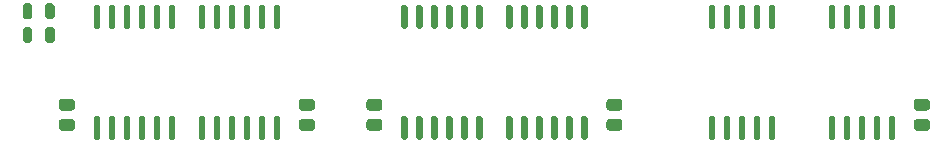
<source format=gtp>
G04 #@! TF.GenerationSoftware,KiCad,Pcbnew,(5.1.10-1-10_14)*
G04 #@! TF.CreationDate,2021-06-21T04:52:28-04:00*
G04 #@! TF.ProjectId,GW4191-SOP,47573431-3931-42d5-934f-502e6b696361,1.0-SOJ*
G04 #@! TF.SameCoordinates,Original*
G04 #@! TF.FileFunction,Paste,Top*
G04 #@! TF.FilePolarity,Positive*
%FSLAX46Y46*%
G04 Gerber Fmt 4.6, Leading zero omitted, Abs format (unit mm)*
G04 Created by KiCad (PCBNEW (5.1.10-1-10_14)) date 2021-06-21 04:52:28*
%MOMM*%
%LPD*%
G01*
G04 APERTURE LIST*
G04 APERTURE END LIST*
G36*
G01*
X85515000Y-92907000D02*
X84665000Y-92907000D01*
G75*
G02*
X84415000Y-92657000I0J250000D01*
G01*
X84415000Y-92157000D01*
G75*
G02*
X84665000Y-91907000I250000J0D01*
G01*
X85515000Y-91907000D01*
G75*
G02*
X85765000Y-92157000I0J-250000D01*
G01*
X85765000Y-92657000D01*
G75*
G02*
X85515000Y-92907000I-250000J0D01*
G01*
G37*
G36*
G01*
X85515000Y-94607000D02*
X84665000Y-94607000D01*
G75*
G02*
X84415000Y-94357000I0J250000D01*
G01*
X84415000Y-93857000D01*
G75*
G02*
X84665000Y-93607000I250000J0D01*
G01*
X85515000Y-93607000D01*
G75*
G02*
X85765000Y-93857000I0J-250000D01*
G01*
X85765000Y-94357000D01*
G75*
G02*
X85515000Y-94607000I-250000J0D01*
G01*
G37*
G36*
G01*
X105835000Y-92907000D02*
X104985000Y-92907000D01*
G75*
G02*
X104735000Y-92657000I0J250000D01*
G01*
X104735000Y-92157000D01*
G75*
G02*
X104985000Y-91907000I250000J0D01*
G01*
X105835000Y-91907000D01*
G75*
G02*
X106085000Y-92157000I0J-250000D01*
G01*
X106085000Y-92657000D01*
G75*
G02*
X105835000Y-92907000I-250000J0D01*
G01*
G37*
G36*
G01*
X105835000Y-94607000D02*
X104985000Y-94607000D01*
G75*
G02*
X104735000Y-94357000I0J250000D01*
G01*
X104735000Y-93857000D01*
G75*
G02*
X104985000Y-93607000I250000J0D01*
G01*
X105835000Y-93607000D01*
G75*
G02*
X106085000Y-93857000I0J-250000D01*
G01*
X106085000Y-94357000D01*
G75*
G02*
X105835000Y-94607000I-250000J0D01*
G01*
G37*
G36*
G01*
X111550000Y-92907000D02*
X110700000Y-92907000D01*
G75*
G02*
X110450000Y-92657000I0J250000D01*
G01*
X110450000Y-92157000D01*
G75*
G02*
X110700000Y-91907000I250000J0D01*
G01*
X111550000Y-91907000D01*
G75*
G02*
X111800000Y-92157000I0J-250000D01*
G01*
X111800000Y-92657000D01*
G75*
G02*
X111550000Y-92907000I-250000J0D01*
G01*
G37*
G36*
G01*
X111550000Y-94607000D02*
X110700000Y-94607000D01*
G75*
G02*
X110450000Y-94357000I0J250000D01*
G01*
X110450000Y-93857000D01*
G75*
G02*
X110700000Y-93607000I250000J0D01*
G01*
X111550000Y-93607000D01*
G75*
G02*
X111800000Y-93857000I0J-250000D01*
G01*
X111800000Y-94357000D01*
G75*
G02*
X111550000Y-94607000I-250000J0D01*
G01*
G37*
G36*
G01*
X157905000Y-92907000D02*
X157055000Y-92907000D01*
G75*
G02*
X156805000Y-92657000I0J250000D01*
G01*
X156805000Y-92157000D01*
G75*
G02*
X157055000Y-91907000I250000J0D01*
G01*
X157905000Y-91907000D01*
G75*
G02*
X158155000Y-92157000I0J-250000D01*
G01*
X158155000Y-92657000D01*
G75*
G02*
X157905000Y-92907000I-250000J0D01*
G01*
G37*
G36*
G01*
X157905000Y-94607000D02*
X157055000Y-94607000D01*
G75*
G02*
X156805000Y-94357000I0J250000D01*
G01*
X156805000Y-93857000D01*
G75*
G02*
X157055000Y-93607000I250000J0D01*
G01*
X157905000Y-93607000D01*
G75*
G02*
X158155000Y-93857000I0J-250000D01*
G01*
X158155000Y-94357000D01*
G75*
G02*
X157905000Y-94607000I-250000J0D01*
G01*
G37*
G36*
G01*
X131870000Y-92907000D02*
X131020000Y-92907000D01*
G75*
G02*
X130770000Y-92657000I0J250000D01*
G01*
X130770000Y-92157000D01*
G75*
G02*
X131020000Y-91907000I250000J0D01*
G01*
X131870000Y-91907000D01*
G75*
G02*
X132120000Y-92157000I0J-250000D01*
G01*
X132120000Y-92657000D01*
G75*
G02*
X131870000Y-92907000I-250000J0D01*
G01*
G37*
G36*
G01*
X131870000Y-94607000D02*
X131020000Y-94607000D01*
G75*
G02*
X130770000Y-94357000I0J250000D01*
G01*
X130770000Y-93857000D01*
G75*
G02*
X131020000Y-93607000I250000J0D01*
G01*
X131870000Y-93607000D01*
G75*
G02*
X132120000Y-93857000I0J-250000D01*
G01*
X132120000Y-94357000D01*
G75*
G02*
X131870000Y-94607000I-250000J0D01*
G01*
G37*
G36*
G01*
X82150000Y-86025000D02*
X82150000Y-86975000D01*
G75*
G02*
X81950000Y-87175000I-200000J0D01*
G01*
X81550000Y-87175000D01*
G75*
G02*
X81350000Y-86975000I0J200000D01*
G01*
X81350000Y-86025000D01*
G75*
G02*
X81550000Y-85825000I200000J0D01*
G01*
X81950000Y-85825000D01*
G75*
G02*
X82150000Y-86025000I0J-200000D01*
G01*
G37*
G36*
G01*
X84050000Y-86025000D02*
X84050000Y-86975000D01*
G75*
G02*
X83850000Y-87175000I-200000J0D01*
G01*
X83450000Y-87175000D01*
G75*
G02*
X83250000Y-86975000I0J200000D01*
G01*
X83250000Y-86025000D01*
G75*
G02*
X83450000Y-85825000I200000J0D01*
G01*
X83850000Y-85825000D01*
G75*
G02*
X84050000Y-86025000I0J-200000D01*
G01*
G37*
G36*
G01*
X83250000Y-84975000D02*
X83250000Y-84025000D01*
G75*
G02*
X83450000Y-83825000I200000J0D01*
G01*
X83850000Y-83825000D01*
G75*
G02*
X84050000Y-84025000I0J-200000D01*
G01*
X84050000Y-84975000D01*
G75*
G02*
X83850000Y-85175000I-200000J0D01*
G01*
X83450000Y-85175000D01*
G75*
G02*
X83250000Y-84975000I0J200000D01*
G01*
G37*
G36*
G01*
X81350000Y-84975000D02*
X81350000Y-84025000D01*
G75*
G02*
X81550000Y-83825000I200000J0D01*
G01*
X81950000Y-83825000D01*
G75*
G02*
X82150000Y-84025000I0J-200000D01*
G01*
X82150000Y-84975000D01*
G75*
G02*
X81950000Y-85175000I-200000J0D01*
G01*
X81550000Y-85175000D01*
G75*
G02*
X81350000Y-84975000I0J200000D01*
G01*
G37*
G36*
G01*
X113802500Y-95352000D02*
X113527500Y-95352000D01*
G75*
G02*
X113390000Y-95214500I0J137500D01*
G01*
X113390000Y-93507500D01*
G75*
G02*
X113527500Y-93370000I137500J0D01*
G01*
X113802500Y-93370000D01*
G75*
G02*
X113940000Y-93507500I0J-137500D01*
G01*
X113940000Y-95214500D01*
G75*
G02*
X113802500Y-95352000I-137500J0D01*
G01*
G37*
G36*
G01*
X115072500Y-95352000D02*
X114797500Y-95352000D01*
G75*
G02*
X114660000Y-95214500I0J137500D01*
G01*
X114660000Y-93507500D01*
G75*
G02*
X114797500Y-93370000I137500J0D01*
G01*
X115072500Y-93370000D01*
G75*
G02*
X115210000Y-93507500I0J-137500D01*
G01*
X115210000Y-95214500D01*
G75*
G02*
X115072500Y-95352000I-137500J0D01*
G01*
G37*
G36*
G01*
X116342500Y-95352000D02*
X116067500Y-95352000D01*
G75*
G02*
X115930000Y-95214500I0J137500D01*
G01*
X115930000Y-93507500D01*
G75*
G02*
X116067500Y-93370000I137500J0D01*
G01*
X116342500Y-93370000D01*
G75*
G02*
X116480000Y-93507500I0J-137500D01*
G01*
X116480000Y-95214500D01*
G75*
G02*
X116342500Y-95352000I-137500J0D01*
G01*
G37*
G36*
G01*
X117612500Y-95352000D02*
X117337500Y-95352000D01*
G75*
G02*
X117200000Y-95214500I0J137500D01*
G01*
X117200000Y-93507500D01*
G75*
G02*
X117337500Y-93370000I137500J0D01*
G01*
X117612500Y-93370000D01*
G75*
G02*
X117750000Y-93507500I0J-137500D01*
G01*
X117750000Y-95214500D01*
G75*
G02*
X117612500Y-95352000I-137500J0D01*
G01*
G37*
G36*
G01*
X118882500Y-95352000D02*
X118607500Y-95352000D01*
G75*
G02*
X118470000Y-95214500I0J137500D01*
G01*
X118470000Y-93507500D01*
G75*
G02*
X118607500Y-93370000I137500J0D01*
G01*
X118882500Y-93370000D01*
G75*
G02*
X119020000Y-93507500I0J-137500D01*
G01*
X119020000Y-95214500D01*
G75*
G02*
X118882500Y-95352000I-137500J0D01*
G01*
G37*
G36*
G01*
X120152500Y-95352000D02*
X119877500Y-95352000D01*
G75*
G02*
X119740000Y-95214500I0J137500D01*
G01*
X119740000Y-93507500D01*
G75*
G02*
X119877500Y-93370000I137500J0D01*
G01*
X120152500Y-93370000D01*
G75*
G02*
X120290000Y-93507500I0J-137500D01*
G01*
X120290000Y-95214500D01*
G75*
G02*
X120152500Y-95352000I-137500J0D01*
G01*
G37*
G36*
G01*
X122692500Y-95352000D02*
X122417500Y-95352000D01*
G75*
G02*
X122280000Y-95214500I0J137500D01*
G01*
X122280000Y-93507500D01*
G75*
G02*
X122417500Y-93370000I137500J0D01*
G01*
X122692500Y-93370000D01*
G75*
G02*
X122830000Y-93507500I0J-137500D01*
G01*
X122830000Y-95214500D01*
G75*
G02*
X122692500Y-95352000I-137500J0D01*
G01*
G37*
G36*
G01*
X123962500Y-95352000D02*
X123687500Y-95352000D01*
G75*
G02*
X123550000Y-95214500I0J137500D01*
G01*
X123550000Y-93507500D01*
G75*
G02*
X123687500Y-93370000I137500J0D01*
G01*
X123962500Y-93370000D01*
G75*
G02*
X124100000Y-93507500I0J-137500D01*
G01*
X124100000Y-95214500D01*
G75*
G02*
X123962500Y-95352000I-137500J0D01*
G01*
G37*
G36*
G01*
X125232500Y-95352000D02*
X124957500Y-95352000D01*
G75*
G02*
X124820000Y-95214500I0J137500D01*
G01*
X124820000Y-93507500D01*
G75*
G02*
X124957500Y-93370000I137500J0D01*
G01*
X125232500Y-93370000D01*
G75*
G02*
X125370000Y-93507500I0J-137500D01*
G01*
X125370000Y-95214500D01*
G75*
G02*
X125232500Y-95352000I-137500J0D01*
G01*
G37*
G36*
G01*
X126502500Y-95352000D02*
X126227500Y-95352000D01*
G75*
G02*
X126090000Y-95214500I0J137500D01*
G01*
X126090000Y-93507500D01*
G75*
G02*
X126227500Y-93370000I137500J0D01*
G01*
X126502500Y-93370000D01*
G75*
G02*
X126640000Y-93507500I0J-137500D01*
G01*
X126640000Y-95214500D01*
G75*
G02*
X126502500Y-95352000I-137500J0D01*
G01*
G37*
G36*
G01*
X127772500Y-95352000D02*
X127497500Y-95352000D01*
G75*
G02*
X127360000Y-95214500I0J137500D01*
G01*
X127360000Y-93507500D01*
G75*
G02*
X127497500Y-93370000I137500J0D01*
G01*
X127772500Y-93370000D01*
G75*
G02*
X127910000Y-93507500I0J-137500D01*
G01*
X127910000Y-95214500D01*
G75*
G02*
X127772500Y-95352000I-137500J0D01*
G01*
G37*
G36*
G01*
X129042500Y-95352000D02*
X128767500Y-95352000D01*
G75*
G02*
X128630000Y-95214500I0J137500D01*
G01*
X128630000Y-93507500D01*
G75*
G02*
X128767500Y-93370000I137500J0D01*
G01*
X129042500Y-93370000D01*
G75*
G02*
X129180000Y-93507500I0J-137500D01*
G01*
X129180000Y-95214500D01*
G75*
G02*
X129042500Y-95352000I-137500J0D01*
G01*
G37*
G36*
G01*
X129042500Y-85954000D02*
X128767500Y-85954000D01*
G75*
G02*
X128630000Y-85816500I0J137500D01*
G01*
X128630000Y-84109500D01*
G75*
G02*
X128767500Y-83972000I137500J0D01*
G01*
X129042500Y-83972000D01*
G75*
G02*
X129180000Y-84109500I0J-137500D01*
G01*
X129180000Y-85816500D01*
G75*
G02*
X129042500Y-85954000I-137500J0D01*
G01*
G37*
G36*
G01*
X127772500Y-85954000D02*
X127497500Y-85954000D01*
G75*
G02*
X127360000Y-85816500I0J137500D01*
G01*
X127360000Y-84109500D01*
G75*
G02*
X127497500Y-83972000I137500J0D01*
G01*
X127772500Y-83972000D01*
G75*
G02*
X127910000Y-84109500I0J-137500D01*
G01*
X127910000Y-85816500D01*
G75*
G02*
X127772500Y-85954000I-137500J0D01*
G01*
G37*
G36*
G01*
X126502500Y-85954000D02*
X126227500Y-85954000D01*
G75*
G02*
X126090000Y-85816500I0J137500D01*
G01*
X126090000Y-84109500D01*
G75*
G02*
X126227500Y-83972000I137500J0D01*
G01*
X126502500Y-83972000D01*
G75*
G02*
X126640000Y-84109500I0J-137500D01*
G01*
X126640000Y-85816500D01*
G75*
G02*
X126502500Y-85954000I-137500J0D01*
G01*
G37*
G36*
G01*
X125232500Y-85954000D02*
X124957500Y-85954000D01*
G75*
G02*
X124820000Y-85816500I0J137500D01*
G01*
X124820000Y-84109500D01*
G75*
G02*
X124957500Y-83972000I137500J0D01*
G01*
X125232500Y-83972000D01*
G75*
G02*
X125370000Y-84109500I0J-137500D01*
G01*
X125370000Y-85816500D01*
G75*
G02*
X125232500Y-85954000I-137500J0D01*
G01*
G37*
G36*
G01*
X123962500Y-85954000D02*
X123687500Y-85954000D01*
G75*
G02*
X123550000Y-85816500I0J137500D01*
G01*
X123550000Y-84109500D01*
G75*
G02*
X123687500Y-83972000I137500J0D01*
G01*
X123962500Y-83972000D01*
G75*
G02*
X124100000Y-84109500I0J-137500D01*
G01*
X124100000Y-85816500D01*
G75*
G02*
X123962500Y-85954000I-137500J0D01*
G01*
G37*
G36*
G01*
X122692500Y-85954000D02*
X122417500Y-85954000D01*
G75*
G02*
X122280000Y-85816500I0J137500D01*
G01*
X122280000Y-84109500D01*
G75*
G02*
X122417500Y-83972000I137500J0D01*
G01*
X122692500Y-83972000D01*
G75*
G02*
X122830000Y-84109500I0J-137500D01*
G01*
X122830000Y-85816500D01*
G75*
G02*
X122692500Y-85954000I-137500J0D01*
G01*
G37*
G36*
G01*
X120152500Y-85954000D02*
X119877500Y-85954000D01*
G75*
G02*
X119740000Y-85816500I0J137500D01*
G01*
X119740000Y-84109500D01*
G75*
G02*
X119877500Y-83972000I137500J0D01*
G01*
X120152500Y-83972000D01*
G75*
G02*
X120290000Y-84109500I0J-137500D01*
G01*
X120290000Y-85816500D01*
G75*
G02*
X120152500Y-85954000I-137500J0D01*
G01*
G37*
G36*
G01*
X118882500Y-85954000D02*
X118607500Y-85954000D01*
G75*
G02*
X118470000Y-85816500I0J137500D01*
G01*
X118470000Y-84109500D01*
G75*
G02*
X118607500Y-83972000I137500J0D01*
G01*
X118882500Y-83972000D01*
G75*
G02*
X119020000Y-84109500I0J-137500D01*
G01*
X119020000Y-85816500D01*
G75*
G02*
X118882500Y-85954000I-137500J0D01*
G01*
G37*
G36*
G01*
X117612500Y-85954000D02*
X117337500Y-85954000D01*
G75*
G02*
X117200000Y-85816500I0J137500D01*
G01*
X117200000Y-84109500D01*
G75*
G02*
X117337500Y-83972000I137500J0D01*
G01*
X117612500Y-83972000D01*
G75*
G02*
X117750000Y-84109500I0J-137500D01*
G01*
X117750000Y-85816500D01*
G75*
G02*
X117612500Y-85954000I-137500J0D01*
G01*
G37*
G36*
G01*
X116342500Y-85954000D02*
X116067500Y-85954000D01*
G75*
G02*
X115930000Y-85816500I0J137500D01*
G01*
X115930000Y-84109500D01*
G75*
G02*
X116067500Y-83972000I137500J0D01*
G01*
X116342500Y-83972000D01*
G75*
G02*
X116480000Y-84109500I0J-137500D01*
G01*
X116480000Y-85816500D01*
G75*
G02*
X116342500Y-85954000I-137500J0D01*
G01*
G37*
G36*
G01*
X115072500Y-85954000D02*
X114797500Y-85954000D01*
G75*
G02*
X114660000Y-85816500I0J137500D01*
G01*
X114660000Y-84109500D01*
G75*
G02*
X114797500Y-83972000I137500J0D01*
G01*
X115072500Y-83972000D01*
G75*
G02*
X115210000Y-84109500I0J-137500D01*
G01*
X115210000Y-85816500D01*
G75*
G02*
X115072500Y-85954000I-137500J0D01*
G01*
G37*
G36*
G01*
X113802500Y-85954000D02*
X113527500Y-85954000D01*
G75*
G02*
X113390000Y-85816500I0J137500D01*
G01*
X113390000Y-84109500D01*
G75*
G02*
X113527500Y-83972000I137500J0D01*
G01*
X113802500Y-83972000D01*
G75*
G02*
X113940000Y-84109500I0J-137500D01*
G01*
X113940000Y-85816500D01*
G75*
G02*
X113802500Y-85954000I-137500J0D01*
G01*
G37*
G36*
G01*
X87767500Y-85954000D02*
X87492500Y-85954000D01*
G75*
G02*
X87355000Y-85816500I0J137500D01*
G01*
X87355000Y-84109500D01*
G75*
G02*
X87492500Y-83972000I137500J0D01*
G01*
X87767500Y-83972000D01*
G75*
G02*
X87905000Y-84109500I0J-137500D01*
G01*
X87905000Y-85816500D01*
G75*
G02*
X87767500Y-85954000I-137500J0D01*
G01*
G37*
G36*
G01*
X89037500Y-85954000D02*
X88762500Y-85954000D01*
G75*
G02*
X88625000Y-85816500I0J137500D01*
G01*
X88625000Y-84109500D01*
G75*
G02*
X88762500Y-83972000I137500J0D01*
G01*
X89037500Y-83972000D01*
G75*
G02*
X89175000Y-84109500I0J-137500D01*
G01*
X89175000Y-85816500D01*
G75*
G02*
X89037500Y-85954000I-137500J0D01*
G01*
G37*
G36*
G01*
X90307500Y-85954000D02*
X90032500Y-85954000D01*
G75*
G02*
X89895000Y-85816500I0J137500D01*
G01*
X89895000Y-84109500D01*
G75*
G02*
X90032500Y-83972000I137500J0D01*
G01*
X90307500Y-83972000D01*
G75*
G02*
X90445000Y-84109500I0J-137500D01*
G01*
X90445000Y-85816500D01*
G75*
G02*
X90307500Y-85954000I-137500J0D01*
G01*
G37*
G36*
G01*
X91577500Y-85954000D02*
X91302500Y-85954000D01*
G75*
G02*
X91165000Y-85816500I0J137500D01*
G01*
X91165000Y-84109500D01*
G75*
G02*
X91302500Y-83972000I137500J0D01*
G01*
X91577500Y-83972000D01*
G75*
G02*
X91715000Y-84109500I0J-137500D01*
G01*
X91715000Y-85816500D01*
G75*
G02*
X91577500Y-85954000I-137500J0D01*
G01*
G37*
G36*
G01*
X92847500Y-85954000D02*
X92572500Y-85954000D01*
G75*
G02*
X92435000Y-85816500I0J137500D01*
G01*
X92435000Y-84109500D01*
G75*
G02*
X92572500Y-83972000I137500J0D01*
G01*
X92847500Y-83972000D01*
G75*
G02*
X92985000Y-84109500I0J-137500D01*
G01*
X92985000Y-85816500D01*
G75*
G02*
X92847500Y-85954000I-137500J0D01*
G01*
G37*
G36*
G01*
X94117500Y-85954000D02*
X93842500Y-85954000D01*
G75*
G02*
X93705000Y-85816500I0J137500D01*
G01*
X93705000Y-84109500D01*
G75*
G02*
X93842500Y-83972000I137500J0D01*
G01*
X94117500Y-83972000D01*
G75*
G02*
X94255000Y-84109500I0J-137500D01*
G01*
X94255000Y-85816500D01*
G75*
G02*
X94117500Y-85954000I-137500J0D01*
G01*
G37*
G36*
G01*
X96657500Y-85954000D02*
X96382500Y-85954000D01*
G75*
G02*
X96245000Y-85816500I0J137500D01*
G01*
X96245000Y-84109500D01*
G75*
G02*
X96382500Y-83972000I137500J0D01*
G01*
X96657500Y-83972000D01*
G75*
G02*
X96795000Y-84109500I0J-137500D01*
G01*
X96795000Y-85816500D01*
G75*
G02*
X96657500Y-85954000I-137500J0D01*
G01*
G37*
G36*
G01*
X97927500Y-85954000D02*
X97652500Y-85954000D01*
G75*
G02*
X97515000Y-85816500I0J137500D01*
G01*
X97515000Y-84109500D01*
G75*
G02*
X97652500Y-83972000I137500J0D01*
G01*
X97927500Y-83972000D01*
G75*
G02*
X98065000Y-84109500I0J-137500D01*
G01*
X98065000Y-85816500D01*
G75*
G02*
X97927500Y-85954000I-137500J0D01*
G01*
G37*
G36*
G01*
X99197500Y-85954000D02*
X98922500Y-85954000D01*
G75*
G02*
X98785000Y-85816500I0J137500D01*
G01*
X98785000Y-84109500D01*
G75*
G02*
X98922500Y-83972000I137500J0D01*
G01*
X99197500Y-83972000D01*
G75*
G02*
X99335000Y-84109500I0J-137500D01*
G01*
X99335000Y-85816500D01*
G75*
G02*
X99197500Y-85954000I-137500J0D01*
G01*
G37*
G36*
G01*
X100467500Y-85954000D02*
X100192500Y-85954000D01*
G75*
G02*
X100055000Y-85816500I0J137500D01*
G01*
X100055000Y-84109500D01*
G75*
G02*
X100192500Y-83972000I137500J0D01*
G01*
X100467500Y-83972000D01*
G75*
G02*
X100605000Y-84109500I0J-137500D01*
G01*
X100605000Y-85816500D01*
G75*
G02*
X100467500Y-85954000I-137500J0D01*
G01*
G37*
G36*
G01*
X101737500Y-85954000D02*
X101462500Y-85954000D01*
G75*
G02*
X101325000Y-85816500I0J137500D01*
G01*
X101325000Y-84109500D01*
G75*
G02*
X101462500Y-83972000I137500J0D01*
G01*
X101737500Y-83972000D01*
G75*
G02*
X101875000Y-84109500I0J-137500D01*
G01*
X101875000Y-85816500D01*
G75*
G02*
X101737500Y-85954000I-137500J0D01*
G01*
G37*
G36*
G01*
X103007500Y-85954000D02*
X102732500Y-85954000D01*
G75*
G02*
X102595000Y-85816500I0J137500D01*
G01*
X102595000Y-84109500D01*
G75*
G02*
X102732500Y-83972000I137500J0D01*
G01*
X103007500Y-83972000D01*
G75*
G02*
X103145000Y-84109500I0J-137500D01*
G01*
X103145000Y-85816500D01*
G75*
G02*
X103007500Y-85954000I-137500J0D01*
G01*
G37*
G36*
G01*
X103007500Y-95352000D02*
X102732500Y-95352000D01*
G75*
G02*
X102595000Y-95214500I0J137500D01*
G01*
X102595000Y-93507500D01*
G75*
G02*
X102732500Y-93370000I137500J0D01*
G01*
X103007500Y-93370000D01*
G75*
G02*
X103145000Y-93507500I0J-137500D01*
G01*
X103145000Y-95214500D01*
G75*
G02*
X103007500Y-95352000I-137500J0D01*
G01*
G37*
G36*
G01*
X101737500Y-95352000D02*
X101462500Y-95352000D01*
G75*
G02*
X101325000Y-95214500I0J137500D01*
G01*
X101325000Y-93507500D01*
G75*
G02*
X101462500Y-93370000I137500J0D01*
G01*
X101737500Y-93370000D01*
G75*
G02*
X101875000Y-93507500I0J-137500D01*
G01*
X101875000Y-95214500D01*
G75*
G02*
X101737500Y-95352000I-137500J0D01*
G01*
G37*
G36*
G01*
X100467500Y-95352000D02*
X100192500Y-95352000D01*
G75*
G02*
X100055000Y-95214500I0J137500D01*
G01*
X100055000Y-93507500D01*
G75*
G02*
X100192500Y-93370000I137500J0D01*
G01*
X100467500Y-93370000D01*
G75*
G02*
X100605000Y-93507500I0J-137500D01*
G01*
X100605000Y-95214500D01*
G75*
G02*
X100467500Y-95352000I-137500J0D01*
G01*
G37*
G36*
G01*
X99197500Y-95352000D02*
X98922500Y-95352000D01*
G75*
G02*
X98785000Y-95214500I0J137500D01*
G01*
X98785000Y-93507500D01*
G75*
G02*
X98922500Y-93370000I137500J0D01*
G01*
X99197500Y-93370000D01*
G75*
G02*
X99335000Y-93507500I0J-137500D01*
G01*
X99335000Y-95214500D01*
G75*
G02*
X99197500Y-95352000I-137500J0D01*
G01*
G37*
G36*
G01*
X97927500Y-95352000D02*
X97652500Y-95352000D01*
G75*
G02*
X97515000Y-95214500I0J137500D01*
G01*
X97515000Y-93507500D01*
G75*
G02*
X97652500Y-93370000I137500J0D01*
G01*
X97927500Y-93370000D01*
G75*
G02*
X98065000Y-93507500I0J-137500D01*
G01*
X98065000Y-95214500D01*
G75*
G02*
X97927500Y-95352000I-137500J0D01*
G01*
G37*
G36*
G01*
X96657500Y-95352000D02*
X96382500Y-95352000D01*
G75*
G02*
X96245000Y-95214500I0J137500D01*
G01*
X96245000Y-93507500D01*
G75*
G02*
X96382500Y-93370000I137500J0D01*
G01*
X96657500Y-93370000D01*
G75*
G02*
X96795000Y-93507500I0J-137500D01*
G01*
X96795000Y-95214500D01*
G75*
G02*
X96657500Y-95352000I-137500J0D01*
G01*
G37*
G36*
G01*
X94117500Y-95352000D02*
X93842500Y-95352000D01*
G75*
G02*
X93705000Y-95214500I0J137500D01*
G01*
X93705000Y-93507500D01*
G75*
G02*
X93842500Y-93370000I137500J0D01*
G01*
X94117500Y-93370000D01*
G75*
G02*
X94255000Y-93507500I0J-137500D01*
G01*
X94255000Y-95214500D01*
G75*
G02*
X94117500Y-95352000I-137500J0D01*
G01*
G37*
G36*
G01*
X92847500Y-95352000D02*
X92572500Y-95352000D01*
G75*
G02*
X92435000Y-95214500I0J137500D01*
G01*
X92435000Y-93507500D01*
G75*
G02*
X92572500Y-93370000I137500J0D01*
G01*
X92847500Y-93370000D01*
G75*
G02*
X92985000Y-93507500I0J-137500D01*
G01*
X92985000Y-95214500D01*
G75*
G02*
X92847500Y-95352000I-137500J0D01*
G01*
G37*
G36*
G01*
X91577500Y-95352000D02*
X91302500Y-95352000D01*
G75*
G02*
X91165000Y-95214500I0J137500D01*
G01*
X91165000Y-93507500D01*
G75*
G02*
X91302500Y-93370000I137500J0D01*
G01*
X91577500Y-93370000D01*
G75*
G02*
X91715000Y-93507500I0J-137500D01*
G01*
X91715000Y-95214500D01*
G75*
G02*
X91577500Y-95352000I-137500J0D01*
G01*
G37*
G36*
G01*
X90307500Y-95352000D02*
X90032500Y-95352000D01*
G75*
G02*
X89895000Y-95214500I0J137500D01*
G01*
X89895000Y-93507500D01*
G75*
G02*
X90032500Y-93370000I137500J0D01*
G01*
X90307500Y-93370000D01*
G75*
G02*
X90445000Y-93507500I0J-137500D01*
G01*
X90445000Y-95214500D01*
G75*
G02*
X90307500Y-95352000I-137500J0D01*
G01*
G37*
G36*
G01*
X89037500Y-95352000D02*
X88762500Y-95352000D01*
G75*
G02*
X88625000Y-95214500I0J137500D01*
G01*
X88625000Y-93507500D01*
G75*
G02*
X88762500Y-93370000I137500J0D01*
G01*
X89037500Y-93370000D01*
G75*
G02*
X89175000Y-93507500I0J-137500D01*
G01*
X89175000Y-95214500D01*
G75*
G02*
X89037500Y-95352000I-137500J0D01*
G01*
G37*
G36*
G01*
X87767500Y-95352000D02*
X87492500Y-95352000D01*
G75*
G02*
X87355000Y-95214500I0J137500D01*
G01*
X87355000Y-93507500D01*
G75*
G02*
X87492500Y-93370000I137500J0D01*
G01*
X87767500Y-93370000D01*
G75*
G02*
X87905000Y-93507500I0J-137500D01*
G01*
X87905000Y-95214500D01*
G75*
G02*
X87767500Y-95352000I-137500J0D01*
G01*
G37*
G36*
G01*
X139837500Y-85954000D02*
X139562500Y-85954000D01*
G75*
G02*
X139425000Y-85816500I0J137500D01*
G01*
X139425000Y-84109500D01*
G75*
G02*
X139562500Y-83972000I137500J0D01*
G01*
X139837500Y-83972000D01*
G75*
G02*
X139975000Y-84109500I0J-137500D01*
G01*
X139975000Y-85816500D01*
G75*
G02*
X139837500Y-85954000I-137500J0D01*
G01*
G37*
G36*
G01*
X141107500Y-85954000D02*
X140832500Y-85954000D01*
G75*
G02*
X140695000Y-85816500I0J137500D01*
G01*
X140695000Y-84109500D01*
G75*
G02*
X140832500Y-83972000I137500J0D01*
G01*
X141107500Y-83972000D01*
G75*
G02*
X141245000Y-84109500I0J-137500D01*
G01*
X141245000Y-85816500D01*
G75*
G02*
X141107500Y-85954000I-137500J0D01*
G01*
G37*
G36*
G01*
X142377500Y-85954000D02*
X142102500Y-85954000D01*
G75*
G02*
X141965000Y-85816500I0J137500D01*
G01*
X141965000Y-84109500D01*
G75*
G02*
X142102500Y-83972000I137500J0D01*
G01*
X142377500Y-83972000D01*
G75*
G02*
X142515000Y-84109500I0J-137500D01*
G01*
X142515000Y-85816500D01*
G75*
G02*
X142377500Y-85954000I-137500J0D01*
G01*
G37*
G36*
G01*
X143647500Y-85954000D02*
X143372500Y-85954000D01*
G75*
G02*
X143235000Y-85816500I0J137500D01*
G01*
X143235000Y-84109500D01*
G75*
G02*
X143372500Y-83972000I137500J0D01*
G01*
X143647500Y-83972000D01*
G75*
G02*
X143785000Y-84109500I0J-137500D01*
G01*
X143785000Y-85816500D01*
G75*
G02*
X143647500Y-85954000I-137500J0D01*
G01*
G37*
G36*
G01*
X144917500Y-85954000D02*
X144642500Y-85954000D01*
G75*
G02*
X144505000Y-85816500I0J137500D01*
G01*
X144505000Y-84109500D01*
G75*
G02*
X144642500Y-83972000I137500J0D01*
G01*
X144917500Y-83972000D01*
G75*
G02*
X145055000Y-84109500I0J-137500D01*
G01*
X145055000Y-85816500D01*
G75*
G02*
X144917500Y-85954000I-137500J0D01*
G01*
G37*
G36*
G01*
X149997500Y-85954000D02*
X149722500Y-85954000D01*
G75*
G02*
X149585000Y-85816500I0J137500D01*
G01*
X149585000Y-84109500D01*
G75*
G02*
X149722500Y-83972000I137500J0D01*
G01*
X149997500Y-83972000D01*
G75*
G02*
X150135000Y-84109500I0J-137500D01*
G01*
X150135000Y-85816500D01*
G75*
G02*
X149997500Y-85954000I-137500J0D01*
G01*
G37*
G36*
G01*
X151267500Y-85954000D02*
X150992500Y-85954000D01*
G75*
G02*
X150855000Y-85816500I0J137500D01*
G01*
X150855000Y-84109500D01*
G75*
G02*
X150992500Y-83972000I137500J0D01*
G01*
X151267500Y-83972000D01*
G75*
G02*
X151405000Y-84109500I0J-137500D01*
G01*
X151405000Y-85816500D01*
G75*
G02*
X151267500Y-85954000I-137500J0D01*
G01*
G37*
G36*
G01*
X152537500Y-85954000D02*
X152262500Y-85954000D01*
G75*
G02*
X152125000Y-85816500I0J137500D01*
G01*
X152125000Y-84109500D01*
G75*
G02*
X152262500Y-83972000I137500J0D01*
G01*
X152537500Y-83972000D01*
G75*
G02*
X152675000Y-84109500I0J-137500D01*
G01*
X152675000Y-85816500D01*
G75*
G02*
X152537500Y-85954000I-137500J0D01*
G01*
G37*
G36*
G01*
X153807500Y-85954000D02*
X153532500Y-85954000D01*
G75*
G02*
X153395000Y-85816500I0J137500D01*
G01*
X153395000Y-84109500D01*
G75*
G02*
X153532500Y-83972000I137500J0D01*
G01*
X153807500Y-83972000D01*
G75*
G02*
X153945000Y-84109500I0J-137500D01*
G01*
X153945000Y-85816500D01*
G75*
G02*
X153807500Y-85954000I-137500J0D01*
G01*
G37*
G36*
G01*
X155077500Y-85954000D02*
X154802500Y-85954000D01*
G75*
G02*
X154665000Y-85816500I0J137500D01*
G01*
X154665000Y-84109500D01*
G75*
G02*
X154802500Y-83972000I137500J0D01*
G01*
X155077500Y-83972000D01*
G75*
G02*
X155215000Y-84109500I0J-137500D01*
G01*
X155215000Y-85816500D01*
G75*
G02*
X155077500Y-85954000I-137500J0D01*
G01*
G37*
G36*
G01*
X155077500Y-95352000D02*
X154802500Y-95352000D01*
G75*
G02*
X154665000Y-95214500I0J137500D01*
G01*
X154665000Y-93507500D01*
G75*
G02*
X154802500Y-93370000I137500J0D01*
G01*
X155077500Y-93370000D01*
G75*
G02*
X155215000Y-93507500I0J-137500D01*
G01*
X155215000Y-95214500D01*
G75*
G02*
X155077500Y-95352000I-137500J0D01*
G01*
G37*
G36*
G01*
X153807500Y-95352000D02*
X153532500Y-95352000D01*
G75*
G02*
X153395000Y-95214500I0J137500D01*
G01*
X153395000Y-93507500D01*
G75*
G02*
X153532500Y-93370000I137500J0D01*
G01*
X153807500Y-93370000D01*
G75*
G02*
X153945000Y-93507500I0J-137500D01*
G01*
X153945000Y-95214500D01*
G75*
G02*
X153807500Y-95352000I-137500J0D01*
G01*
G37*
G36*
G01*
X152537500Y-95352000D02*
X152262500Y-95352000D01*
G75*
G02*
X152125000Y-95214500I0J137500D01*
G01*
X152125000Y-93507500D01*
G75*
G02*
X152262500Y-93370000I137500J0D01*
G01*
X152537500Y-93370000D01*
G75*
G02*
X152675000Y-93507500I0J-137500D01*
G01*
X152675000Y-95214500D01*
G75*
G02*
X152537500Y-95352000I-137500J0D01*
G01*
G37*
G36*
G01*
X151267500Y-95352000D02*
X150992500Y-95352000D01*
G75*
G02*
X150855000Y-95214500I0J137500D01*
G01*
X150855000Y-93507500D01*
G75*
G02*
X150992500Y-93370000I137500J0D01*
G01*
X151267500Y-93370000D01*
G75*
G02*
X151405000Y-93507500I0J-137500D01*
G01*
X151405000Y-95214500D01*
G75*
G02*
X151267500Y-95352000I-137500J0D01*
G01*
G37*
G36*
G01*
X149997500Y-95352000D02*
X149722500Y-95352000D01*
G75*
G02*
X149585000Y-95214500I0J137500D01*
G01*
X149585000Y-93507500D01*
G75*
G02*
X149722500Y-93370000I137500J0D01*
G01*
X149997500Y-93370000D01*
G75*
G02*
X150135000Y-93507500I0J-137500D01*
G01*
X150135000Y-95214500D01*
G75*
G02*
X149997500Y-95352000I-137500J0D01*
G01*
G37*
G36*
G01*
X144917500Y-95352000D02*
X144642500Y-95352000D01*
G75*
G02*
X144505000Y-95214500I0J137500D01*
G01*
X144505000Y-93507500D01*
G75*
G02*
X144642500Y-93370000I137500J0D01*
G01*
X144917500Y-93370000D01*
G75*
G02*
X145055000Y-93507500I0J-137500D01*
G01*
X145055000Y-95214500D01*
G75*
G02*
X144917500Y-95352000I-137500J0D01*
G01*
G37*
G36*
G01*
X143647500Y-95352000D02*
X143372500Y-95352000D01*
G75*
G02*
X143235000Y-95214500I0J137500D01*
G01*
X143235000Y-93507500D01*
G75*
G02*
X143372500Y-93370000I137500J0D01*
G01*
X143647500Y-93370000D01*
G75*
G02*
X143785000Y-93507500I0J-137500D01*
G01*
X143785000Y-95214500D01*
G75*
G02*
X143647500Y-95352000I-137500J0D01*
G01*
G37*
G36*
G01*
X142377500Y-95352000D02*
X142102500Y-95352000D01*
G75*
G02*
X141965000Y-95214500I0J137500D01*
G01*
X141965000Y-93507500D01*
G75*
G02*
X142102500Y-93370000I137500J0D01*
G01*
X142377500Y-93370000D01*
G75*
G02*
X142515000Y-93507500I0J-137500D01*
G01*
X142515000Y-95214500D01*
G75*
G02*
X142377500Y-95352000I-137500J0D01*
G01*
G37*
G36*
G01*
X141107500Y-95352000D02*
X140832500Y-95352000D01*
G75*
G02*
X140695000Y-95214500I0J137500D01*
G01*
X140695000Y-93507500D01*
G75*
G02*
X140832500Y-93370000I137500J0D01*
G01*
X141107500Y-93370000D01*
G75*
G02*
X141245000Y-93507500I0J-137500D01*
G01*
X141245000Y-95214500D01*
G75*
G02*
X141107500Y-95352000I-137500J0D01*
G01*
G37*
G36*
G01*
X139837500Y-95352000D02*
X139562500Y-95352000D01*
G75*
G02*
X139425000Y-95214500I0J137500D01*
G01*
X139425000Y-93507500D01*
G75*
G02*
X139562500Y-93370000I137500J0D01*
G01*
X139837500Y-93370000D01*
G75*
G02*
X139975000Y-93507500I0J-137500D01*
G01*
X139975000Y-95214500D01*
G75*
G02*
X139837500Y-95352000I-137500J0D01*
G01*
G37*
M02*

</source>
